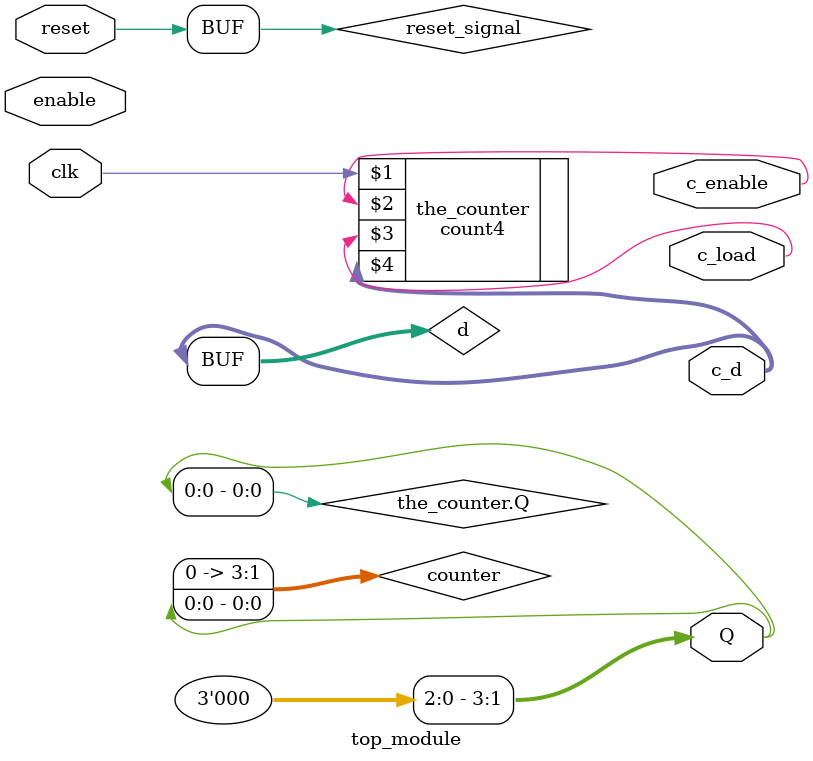
<source format=v>
module top_module (
    input clk,
    input reset,
    input enable,
    output [3:0] Q,
    output c_enable,
    output c_load,
    output [3:0] c_d
);

    count4 the_counter (clk, c_enable, c_load, c_d);

    // The following logic gates implement the synchronous counter.
    // The counter counts up from 1 to 12 on each positive edge of the clock.
    // When the enable signal is low, the counter is held in reset.

    wire [3:0] counter;
    assign counter = the_counter.Q;

    // The following logic gates implement the synchronous load logic.
    // When the load signal is high, the counter is loaded with the value on the d inputs.

    wire [3:0] d;
    assign d = c_d;

    // The following logic gates implement the synchronous enable logic.
    // When the enable signal is high, the counter is enabled and counts up on each positive edge of the clock.

    wire enable_signal;
    assign enable_signal = enable & ~reset;

    // The following logic gates implement the synchronous reset logic.
    // When the reset signal is high, the counter is reset to 1.

    wire reset_signal;
    assign reset_signal = reset;

    // The following logic gates implement the synchronous output logic.
    // The output of the counter is Q.

    assign Q = counter;

endmodule
</source>
